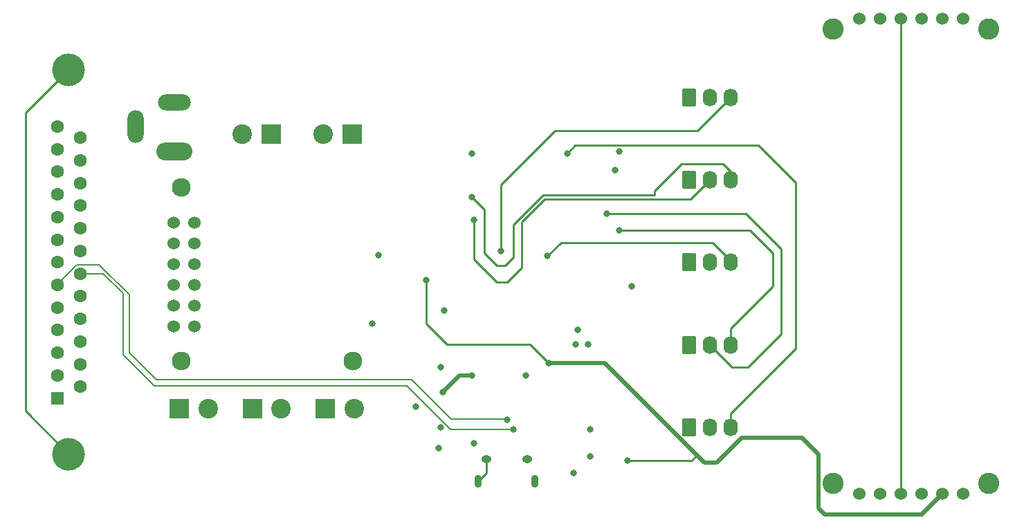
<source format=gbr>
%TF.GenerationSoftware,KiCad,Pcbnew,(6.0.0-0)*%
%TF.CreationDate,2022-12-05T15:29:01-05:00*%
%TF.ProjectId,Dome_Controller_V2,446f6d65-5f43-46f6-9e74-726f6c6c6572,2.0*%
%TF.SameCoordinates,Original*%
%TF.FileFunction,Copper,L2,Inr*%
%TF.FilePolarity,Positive*%
%FSLAX46Y46*%
G04 Gerber Fmt 4.6, Leading zero omitted, Abs format (unit mm)*
G04 Created by KiCad (PCBNEW (6.0.0-0)) date 2022-12-05 15:29:01*
%MOMM*%
%LPD*%
G01*
G04 APERTURE LIST*
G04 Aperture macros list*
%AMRoundRect*
0 Rectangle with rounded corners*
0 $1 Rounding radius*
0 $2 $3 $4 $5 $6 $7 $8 $9 X,Y pos of 4 corners*
0 Add a 4 corners polygon primitive as box body*
4,1,4,$2,$3,$4,$5,$6,$7,$8,$9,$2,$3,0*
0 Add four circle primitives for the rounded corners*
1,1,$1+$1,$2,$3*
1,1,$1+$1,$4,$5*
1,1,$1+$1,$6,$7*
1,1,$1+$1,$8,$9*
0 Add four rect primitives between the rounded corners*
20,1,$1+$1,$2,$3,$4,$5,0*
20,1,$1+$1,$4,$5,$6,$7,0*
20,1,$1+$1,$6,$7,$8,$9,0*
20,1,$1+$1,$8,$9,$2,$3,0*%
G04 Aperture macros list end*
%TA.AperFunction,ComponentPad*%
%ADD10R,2.400000X2.400000*%
%TD*%
%TA.AperFunction,ComponentPad*%
%ADD11C,2.400000*%
%TD*%
%TA.AperFunction,ComponentPad*%
%ADD12O,4.400000X2.200000*%
%TD*%
%TA.AperFunction,ComponentPad*%
%ADD13O,4.000000X2.000000*%
%TD*%
%TA.AperFunction,ComponentPad*%
%ADD14O,2.000000X4.000000*%
%TD*%
%TA.AperFunction,ComponentPad*%
%ADD15RoundRect,0.250000X-0.620000X-0.845000X0.620000X-0.845000X0.620000X0.845000X-0.620000X0.845000X0*%
%TD*%
%TA.AperFunction,ComponentPad*%
%ADD16O,1.740000X2.190000*%
%TD*%
%TA.AperFunction,ComponentPad*%
%ADD17O,1.250000X0.950000*%
%TD*%
%TA.AperFunction,ComponentPad*%
%ADD18O,0.890000X1.550000*%
%TD*%
%TA.AperFunction,ComponentPad*%
%ADD19C,1.524000*%
%TD*%
%TA.AperFunction,ComponentPad*%
%ADD20C,2.300000*%
%TD*%
%TA.AperFunction,ComponentPad*%
%ADD21C,2.600000*%
%TD*%
%TA.AperFunction,ComponentPad*%
%ADD22C,4.000000*%
%TD*%
%TA.AperFunction,ComponentPad*%
%ADD23R,1.600000X1.600000*%
%TD*%
%TA.AperFunction,ComponentPad*%
%ADD24C,1.600000*%
%TD*%
%TA.AperFunction,ViaPad*%
%ADD25C,0.800000*%
%TD*%
%TA.AperFunction,Conductor*%
%ADD26C,0.250000*%
%TD*%
%TA.AperFunction,Conductor*%
%ADD27C,0.500000*%
%TD*%
%TA.AperFunction,Conductor*%
%ADD28C,0.254000*%
%TD*%
%TA.AperFunction,Conductor*%
%ADD29C,0.200000*%
%TD*%
G04 APERTURE END LIST*
D10*
%TO.N,GND*%
%TO.C,J7*%
X75960000Y-99686000D03*
D11*
%TO.N,+5V*%
X79460000Y-99686000D03*
%TD*%
D12*
%TO.N,+12V*%
%TO.C,J14*%
X75314000Y-68124000D03*
D13*
%TO.N,GND*%
X75314000Y-62124000D03*
D14*
X70614000Y-65124000D03*
%TD*%
D15*
%TO.N,GND*%
%TO.C,J4*%
X138342000Y-81723000D03*
D16*
%TO.N,RX_RS*%
X140882000Y-81723000D03*
%TO.N,TX_RS*%
X143422000Y-81723000D03*
%TD*%
D17*
%TO.N,unconnected-(J1-Pad6)*%
%TO.C,J1*%
X118488000Y-105808000D03*
D18*
X112488000Y-108508000D03*
X119488000Y-108508000D03*
D17*
X113488000Y-105808000D03*
%TD*%
D15*
%TO.N,GND*%
%TO.C,J10*%
X138342000Y-61534000D03*
D16*
%TO.N,+5V*%
X140882000Y-61534000D03*
%TO.N,TX_PSI*%
X143422000Y-61534000D03*
%TD*%
D10*
%TO.N,GND*%
%TO.C,J9*%
X84899000Y-99686000D03*
D11*
%TO.N,+5V*%
X88399000Y-99686000D03*
%TD*%
D15*
%TO.N,GND*%
%TO.C,J11*%
X138342000Y-91817500D03*
D16*
%TO.N,RX_FU*%
X140882000Y-91817500D03*
%TO.N,TX_FU*%
X143422000Y-91817500D03*
%TD*%
D10*
%TO.N,GND*%
%TO.C,J8*%
X93838000Y-99686000D03*
D11*
%TO.N,+5V*%
X97338000Y-99686000D03*
%TD*%
D19*
%TO.N,+5V*%
%TO.C,U6*%
X75279000Y-76841000D03*
%TO.N,GND*%
X75279000Y-79381000D03*
X75279000Y-81921000D03*
%TO.N,+12V*%
X75279000Y-84461000D03*
%TO.N,unconnected-(U6-Pad5)*%
X75279000Y-87001000D03*
%TO.N,unconnected-(U6-Pad6)*%
X75279000Y-89541000D03*
%TO.N,unconnected-(U6-Pad7)*%
X77819000Y-89541000D03*
%TO.N,unconnected-(U6-Pad8)*%
X77819000Y-87001000D03*
%TO.N,+12V*%
X77819000Y-84461000D03*
%TO.N,GND*%
X77819000Y-81921000D03*
X77819000Y-79381000D03*
%TO.N,+5V*%
X77819000Y-76841000D03*
D20*
%TO.N,N/C*%
X76209000Y-72591000D03*
X76209000Y-93791000D03*
X97209000Y-93791000D03*
%TD*%
D10*
%TO.N,GND*%
%TO.C,J5*%
X87160000Y-66064000D03*
D11*
%TO.N,+12V*%
X83660000Y-66064000D03*
%TD*%
D19*
%TO.N,GND*%
%TO.C,U7*%
X159144000Y-110077000D03*
%TO.N,unconnected-(U7-Pad2)*%
X161684000Y-110077000D03*
%TO.N,SCL*%
X164224000Y-110077000D03*
%TO.N,SDA*%
X166764000Y-110077000D03*
%TO.N,+3.3V*%
X169304000Y-110077000D03*
%TO.N,+5V*%
X171844000Y-110077000D03*
%TO.N,GND*%
X159144000Y-51911000D03*
%TO.N,unconnected-(U7-Pad8)*%
X161684000Y-51911000D03*
%TO.N,SCL*%
X164224000Y-51911000D03*
%TO.N,SDA*%
X166764000Y-51911000D03*
%TO.N,+3.3V*%
X169304000Y-51911000D03*
%TO.N,+5V*%
X171844000Y-51911000D03*
D21*
%TO.N,N/C*%
X155969000Y-53181000D03*
X175019000Y-53181000D03*
X175019000Y-108807000D03*
X155969000Y-108807000D03*
%TD*%
D10*
%TO.N,GND*%
%TO.C,J6*%
X97086000Y-66060000D03*
D11*
%TO.N,+12V*%
X93586000Y-66060000D03*
%TD*%
D22*
%TO.N,unconnected-(J13-Pad0)*%
%TO.C,J13*%
X62423338Y-105272000D03*
X62423338Y-58172000D03*
D23*
%TO.N,+12V*%
X61003338Y-98342000D03*
D24*
X61003338Y-95572000D03*
%TO.N,GND*%
X61003338Y-92802000D03*
X61003338Y-90032000D03*
%TO.N,VBUS*%
X61003338Y-87262000D03*
%TO.N,D-*%
X61003338Y-84492000D03*
%TO.N,unconnected-(J13-Pad7)*%
X61003338Y-81722000D03*
%TO.N,unconnected-(J13-Pad8)*%
X61003338Y-78952000D03*
%TO.N,unconnected-(J13-Pad9)*%
X61003338Y-76182000D03*
%TO.N,GND*%
X61003338Y-73412000D03*
X61003338Y-70642000D03*
%TO.N,+12V*%
X61003338Y-67872000D03*
X61003338Y-65102000D03*
X63843338Y-96957000D03*
X63843338Y-94187000D03*
%TO.N,GND*%
X63843338Y-91417000D03*
X63843338Y-88647000D03*
X63843338Y-85877000D03*
%TO.N,D+*%
X63843338Y-83107000D03*
%TO.N,unconnected-(J13-Pad20)*%
X63843338Y-80337000D03*
%TO.N,unconnected-(J13-Pad21)*%
X63843338Y-77567000D03*
%TO.N,GND*%
X63843338Y-74797000D03*
X63843338Y-72027000D03*
%TO.N,+12V*%
X63843338Y-69257000D03*
X63843338Y-66487000D03*
%TD*%
D15*
%TO.N,GND*%
%TO.C,J12*%
X138342000Y-71628500D03*
D16*
%TO.N,RX_HP*%
X140882000Y-71628500D03*
%TO.N,TX_HP*%
X143422000Y-71628500D03*
%TD*%
D15*
%TO.N,GND*%
%TO.C,J16*%
X138342000Y-101912000D03*
D16*
%TO.N,+5V*%
X140882000Y-101912000D03*
%TO.N,CL_D*%
X143422000Y-101912000D03*
%TD*%
D25*
%TO.N,RX_FU*%
X128240000Y-75756000D03*
%TO.N,GND*%
X112027000Y-103907000D03*
X108346500Y-87612500D03*
X118357000Y-95545000D03*
X124684000Y-89980000D03*
X100300000Y-80836000D03*
X99538000Y-89218000D03*
%TO.N,+3.3V*%
X121128000Y-94044000D03*
X106142000Y-83884000D03*
X130780000Y-105982000D03*
%TO.N,VBUS*%
X107920000Y-94552000D03*
%TO.N,D-*%
X116111500Y-100965500D03*
%TO.N,D+*%
X116810000Y-102172000D03*
%TO.N,+5V*%
X111730000Y-95568000D03*
X126208000Y-105474000D03*
X107920000Y-101918000D03*
X124176000Y-107506000D03*
X107666000Y-104458000D03*
X108174000Y-97600000D03*
X104872000Y-99378000D03*
X131288000Y-84646000D03*
%TO.N,TX_RS*%
X121001000Y-80963000D03*
%TO.N,CL_D*%
X123414000Y-68390000D03*
%TO.N,TX_HP*%
X111730000Y-73724000D03*
%TO.N,RX_HP*%
X111984000Y-76518000D03*
%TO.N,TX_FU*%
X129764000Y-77788000D03*
%TO.N,TX_PSI*%
X115286000Y-80328000D03*
%TO.N,TXD0*%
X125954000Y-91758000D03*
X129764000Y-68136000D03*
%TO.N,RXD0*%
X124430000Y-91758000D03*
X129256000Y-70422000D03*
%TO.N,RESET*%
X126208000Y-102172000D03*
X111730000Y-68390000D03*
%TD*%
D26*
%TO.N,RX_FU*%
X149576000Y-80074000D02*
X149576000Y-90488000D01*
X128240000Y-75756000D02*
X145258000Y-75756000D01*
X149576000Y-90488000D02*
X145512000Y-94552000D01*
X143616500Y-94552000D02*
X140882000Y-91817500D01*
X145258000Y-75756000D02*
X149576000Y-80074000D01*
X145512000Y-94552000D02*
X143616500Y-94552000D01*
D27*
%TO.N,+3.3V*%
X144750000Y-103188000D02*
X141702000Y-106236000D01*
X128019730Y-94044000D02*
X121128000Y-94044000D01*
X169304000Y-110077000D02*
X166848000Y-112533000D01*
X154148000Y-111824000D02*
X154148000Y-105220000D01*
D26*
X108682000Y-91758000D02*
X106142000Y-89218000D01*
D27*
X166848000Y-112586000D02*
X154910000Y-112586000D01*
D28*
X138654000Y-105982000D02*
X139305865Y-105330135D01*
D27*
X141702000Y-106236000D02*
X140211730Y-106236000D01*
D26*
X106142000Y-89218000D02*
X106142000Y-83884000D01*
D27*
X152116000Y-103188000D02*
X144750000Y-103188000D01*
X154910000Y-112586000D02*
X154148000Y-111824000D01*
D26*
X118842000Y-91758000D02*
X108682000Y-91758000D01*
D27*
X140211730Y-106236000D02*
X139305865Y-105330135D01*
D28*
X130780000Y-105982000D02*
X138654000Y-105982000D01*
D27*
X166848000Y-112533000D02*
X166848000Y-112586000D01*
X154148000Y-105220000D02*
X152116000Y-103188000D01*
D26*
X121128000Y-94044000D02*
X118842000Y-91758000D01*
D27*
X139305865Y-105330135D02*
X128019730Y-94044000D01*
D29*
%TO.N,D-*%
X69820000Y-92774000D02*
X69820000Y-85714656D01*
X116111500Y-100965500D02*
X116048000Y-100902000D01*
X61003338Y-84392056D02*
X61003338Y-84492000D01*
X66112833Y-82007489D02*
X63387905Y-82007489D01*
X63387905Y-82007489D02*
X61003338Y-84392056D01*
X104364000Y-96076000D02*
X73122000Y-96076000D01*
X73122000Y-96076000D02*
X69820000Y-92774000D01*
X69820000Y-85714656D02*
X66112833Y-82007489D01*
X109190000Y-100902000D02*
X104364000Y-96076000D01*
X116048000Y-100902000D02*
X109190000Y-100902000D01*
%TO.N,D+*%
X69058000Y-85517662D02*
X66647338Y-83107000D01*
X116810000Y-102172000D02*
X109163259Y-102172000D01*
X66647338Y-83107000D02*
X63843338Y-83107000D01*
X72868000Y-96838000D02*
X69058000Y-93028000D01*
X109163259Y-102172000D02*
X103829259Y-96838000D01*
X103829259Y-96838000D02*
X72868000Y-96838000D01*
X69058000Y-93028000D02*
X69058000Y-85517662D01*
D28*
%TO.N,unconnected-(J1-Pad6)*%
X113488000Y-105808000D02*
X113488000Y-107508000D01*
X113488000Y-107508000D02*
X112488000Y-108508000D01*
D26*
%TO.N,SCL*%
X164224000Y-51911000D02*
X164224000Y-110077000D01*
D27*
%TO.N,+5V*%
X111730000Y-95568000D02*
X110206000Y-95568000D01*
X110206000Y-95568000D02*
X108174000Y-97600000D01*
D28*
%TO.N,TX_RS*%
X141194000Y-79312000D02*
X122652000Y-79312000D01*
X122652000Y-79312000D02*
X121001000Y-80963000D01*
X143422000Y-81723000D02*
X143422000Y-81540000D01*
X143422000Y-81540000D02*
X141194000Y-79312000D01*
%TO.N,CL_D*%
X143422000Y-101912000D02*
X143422000Y-100198000D01*
X124394511Y-67409489D02*
X123414000Y-68390000D01*
X151354000Y-92266000D02*
X151354000Y-71946000D01*
X151354000Y-71946000D02*
X146817489Y-67409489D01*
X143422000Y-100198000D02*
X151354000Y-92266000D01*
X146817489Y-67409489D02*
X124394511Y-67409489D01*
%TO.N,TX_HP*%
X143422000Y-71628500D02*
X143422000Y-70618000D01*
X115794000Y-82106000D02*
X114778000Y-82106000D01*
X114778000Y-82106000D02*
X113254000Y-80582000D01*
X113254000Y-80582000D02*
X113254000Y-75248000D01*
X143422000Y-70618000D02*
X142464000Y-69660000D01*
X113254000Y-75248000D02*
X111730000Y-73724000D01*
X116810000Y-81090000D02*
X115794000Y-82106000D01*
X134082000Y-72962000D02*
X134082000Y-73470000D01*
X134082000Y-73470000D02*
X120486626Y-73470000D01*
X142464000Y-69660000D02*
X137384000Y-69660000D01*
X116810000Y-77146626D02*
X116810000Y-81090000D01*
X120486626Y-73470000D02*
X116810000Y-77146626D01*
X137384000Y-69660000D02*
X134082000Y-72962000D01*
%TO.N,RX_HP*%
X117826000Y-82360000D02*
X116048000Y-84138000D01*
X117826000Y-76772000D02*
X117826000Y-82360000D01*
X116048000Y-84138000D02*
X114778000Y-84138000D01*
X140882000Y-71628500D02*
X138532500Y-73978000D01*
X111984000Y-81344000D02*
X111984000Y-76518000D01*
X138532500Y-73978000D02*
X120620000Y-73978000D01*
X120620000Y-73978000D02*
X117826000Y-76772000D01*
X114778000Y-84138000D02*
X111984000Y-81344000D01*
%TO.N,TX_FU*%
X148560000Y-80582000D02*
X145766000Y-77788000D01*
X148560000Y-84646000D02*
X148560000Y-80582000D01*
X143422000Y-89784000D02*
X148560000Y-84646000D01*
X145766000Y-77788000D02*
X129764000Y-77788000D01*
X143422000Y-91817500D02*
X143422000Y-89784000D01*
%TO.N,TX_PSI*%
X115286000Y-72188557D02*
X115286000Y-80328000D01*
X143422000Y-61534000D02*
X139360000Y-65596000D01*
X121878557Y-65596000D02*
X115286000Y-72188557D01*
X139360000Y-65596000D02*
X121878557Y-65596000D01*
%TO.N,unconnected-(J13-Pad0)*%
X62423338Y-58138000D02*
X57120000Y-63441338D01*
X57120000Y-99934662D02*
X62423338Y-105238000D01*
X57120000Y-63441338D02*
X57120000Y-99934662D01*
%TD*%
M02*

</source>
